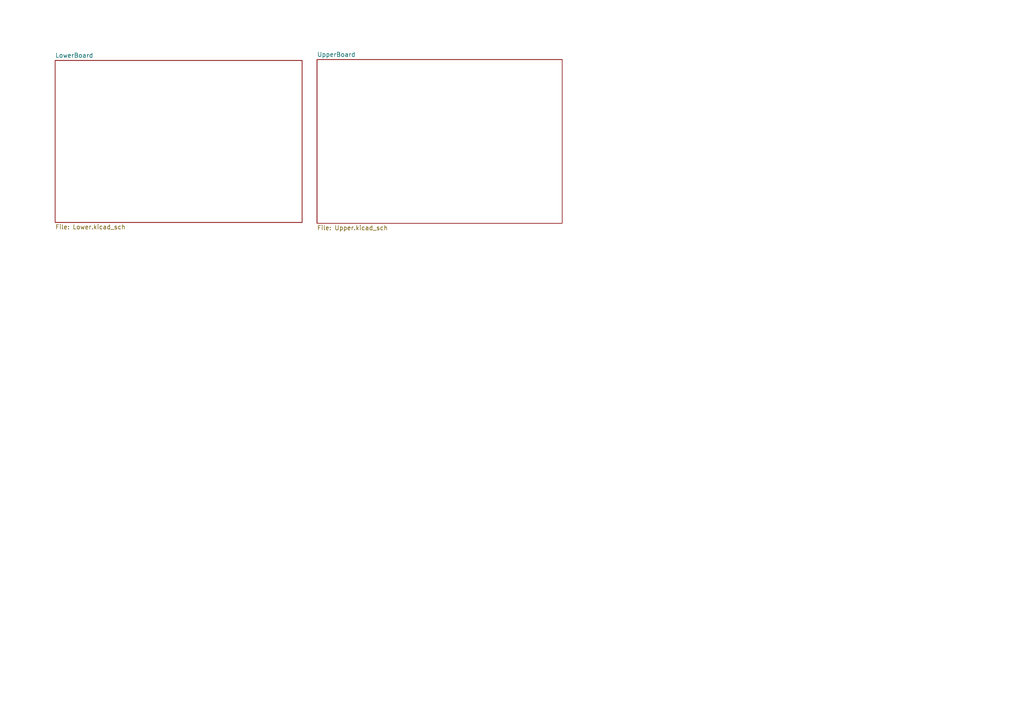
<source format=kicad_sch>
(kicad_sch
	(version 20231120)
	(generator "eeschema")
	(generator_version "8.0")
	(uuid "22649217-9810-470f-bc7b-6f743ad2b90e")
	(paper "A4")
	(lib_symbols)
	(sheet
		(at 16.002 17.526)
		(size 71.628 46.99)
		(fields_autoplaced yes)
		(stroke
			(width 0.1524)
			(type solid)
		)
		(fill
			(color 0 0 0 0.0000)
		)
		(uuid "3d9ecb3b-9556-42d6-955a-a32d9efd5d3a")
		(property "Sheetname" "LowerBoard"
			(at 16.002 16.8144 0)
			(effects
				(font
					(size 1.27 1.27)
				)
				(justify left bottom)
			)
		)
		(property "Sheetfile" "Lower.kicad_sch"
			(at 16.002 65.1006 0)
			(effects
				(font
					(size 1.27 1.27)
				)
				(justify left top)
			)
		)
		(instances
			(project "SplitBoard8Voice"
				(path "/22649217-9810-470f-bc7b-6f743ad2b90e"
					(page "9")
				)
			)
		)
	)
	(sheet
		(at 91.948 17.272)
		(size 71.12 47.498)
		(fields_autoplaced yes)
		(stroke
			(width 0.1524)
			(type solid)
		)
		(fill
			(color 0 0 0 0.0000)
		)
		(uuid "db382c1e-7a8e-4aae-96bd-96ec756a5476")
		(property "Sheetname" "UpperBoard"
			(at 91.948 16.5604 0)
			(effects
				(font
					(size 1.27 1.27)
				)
				(justify left bottom)
			)
		)
		(property "Sheetfile" "Upper.kicad_sch"
			(at 91.948 65.3546 0)
			(effects
				(font
					(size 1.27 1.27)
				)
				(justify left top)
			)
		)
		(instances
			(project "SplitBoard8Voice"
				(path "/22649217-9810-470f-bc7b-6f743ad2b90e"
					(page "8")
				)
			)
		)
	)
	(sheet_instances
		(path "/"
			(page "1")
		)
	)
)

</source>
